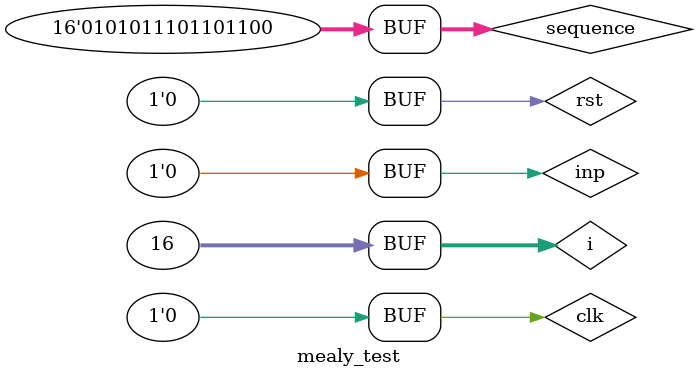
<source format=v>
module seq_det(clk, rst, inp, outp);
    input clk, rst, inp;
    output outp;
    reg [2:0] state;
    reg outp;

    always @(posedge clk, posedge rst) begin
        if( rst ) begin
            state <= 3'b000;
            outp <= 0;
        end
        else begin
            case( state )
            3'b000: begin
                if( inp ) begin
                    state <= 3'b001;
                    outp <= 0;
                end
                else begin
                    state <= 3'b000;
                    outp <= 0;
                end
            end
            3'b001: begin
                if( inp ) begin
                    state <= 3'b001;
                    outp <= 0;
                end
                else begin
                    state <= 3'b010;
                    outp <= 0;
                end
            end
            3'b010: begin
                if( inp ) begin
                    state <= 3'b011;
                    outp <= 0;
                end
                else begin
                    state <= 3'b000;
                    outp <= 0;
                end
            end
            3'b011: begin
                if( inp ) begin
                    state <= 3'b100;
                    outp <= 0;
                end
                else begin
                    state <= 3'b010;
                    outp <= 0;
                end;
            end
            3'b100: begin
                if( inp ) begin
                    state <= 3'b001;
                    outp <= 0;
                end
                else begin
                    state <= 3'b010;
                    outp <= 1;
                end
            end
            default: begin
                    state <= 3'b000;
                    outp <= 0;
            end
        endcase
    end
end
endmodule

// Test Bench
module mealy_test;
    reg clk, rst, inp;
    wire outp;
    reg[0:15] sequence;
    integer i;
    seq_det m(clk, rst, inp, outp);

    initial begin
        clk = 0;
        rst = 1;
        sequence = 16'b0101_0111_0110_1100;
        #5 rst = 0;
        for( i = 0; i <= 15; i = i + 1) begin
            inp = sequence[i];
            #2 clk = 1;
            #2 clk = 0;
            $display("State = ", m.state, " Input = ", inp, ", Output = ", outp);
            end
    end
endmodule
</source>
